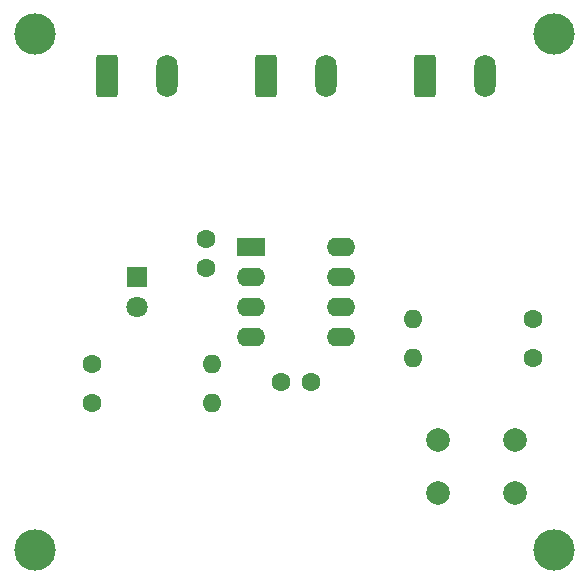
<source format=gtl>
G04 #@! TF.GenerationSoftware,KiCad,Pcbnew,8.0.6*
G04 #@! TF.CreationDate,2024-11-03T17:07:20-03:00*
G04 #@! TF.ProjectId,555-temporizador-r01,3535352d-7465-46d7-906f-72697a61646f,rev?*
G04 #@! TF.SameCoordinates,Original*
G04 #@! TF.FileFunction,Copper,L1,Top*
G04 #@! TF.FilePolarity,Positive*
%FSLAX46Y46*%
G04 Gerber Fmt 4.6, Leading zero omitted, Abs format (unit mm)*
G04 Created by KiCad (PCBNEW 8.0.6) date 2024-11-03 17:07:20*
%MOMM*%
%LPD*%
G01*
G04 APERTURE LIST*
G04 Aperture macros list*
%AMRoundRect*
0 Rectangle with rounded corners*
0 $1 Rounding radius*
0 $2 $3 $4 $5 $6 $7 $8 $9 X,Y pos of 4 corners*
0 Add a 4 corners polygon primitive as box body*
4,1,4,$2,$3,$4,$5,$6,$7,$8,$9,$2,$3,0*
0 Add four circle primitives for the rounded corners*
1,1,$1+$1,$2,$3*
1,1,$1+$1,$4,$5*
1,1,$1+$1,$6,$7*
1,1,$1+$1,$8,$9*
0 Add four rect primitives between the rounded corners*
20,1,$1+$1,$2,$3,$4,$5,0*
20,1,$1+$1,$4,$5,$6,$7,0*
20,1,$1+$1,$6,$7,$8,$9,0*
20,1,$1+$1,$8,$9,$2,$3,0*%
G04 Aperture macros list end*
G04 #@! TA.AperFunction,ComponentPad*
%ADD10C,1.600000*%
G04 #@! TD*
G04 #@! TA.AperFunction,ComponentPad*
%ADD11O,1.600000X1.600000*%
G04 #@! TD*
G04 #@! TA.AperFunction,ComponentPad*
%ADD12RoundRect,0.250000X-0.650000X-1.550000X0.650000X-1.550000X0.650000X1.550000X-0.650000X1.550000X0*%
G04 #@! TD*
G04 #@! TA.AperFunction,ComponentPad*
%ADD13O,1.800000X3.600000*%
G04 #@! TD*
G04 #@! TA.AperFunction,ComponentPad*
%ADD14C,2.000000*%
G04 #@! TD*
G04 #@! TA.AperFunction,ComponentPad*
%ADD15R,2.400000X1.600000*%
G04 #@! TD*
G04 #@! TA.AperFunction,ComponentPad*
%ADD16O,2.400000X1.600000*%
G04 #@! TD*
G04 #@! TA.AperFunction,ComponentPad*
%ADD17R,1.800000X1.800000*%
G04 #@! TD*
G04 #@! TA.AperFunction,ComponentPad*
%ADD18C,1.800000*%
G04 #@! TD*
G04 #@! TA.AperFunction,ViaPad*
%ADD19C,3.500000*%
G04 #@! TD*
G04 APERTURE END LIST*
D10*
X123698000Y-114808000D03*
D11*
X133858000Y-114808000D03*
D10*
X161036000Y-114300000D03*
D11*
X150876000Y-114300000D03*
D12*
X138430000Y-90424000D03*
D13*
X143510000Y-90424000D03*
D14*
X159512000Y-125730000D03*
X153012000Y-125730000D03*
X159512000Y-121230000D03*
X153012000Y-121230000D03*
D12*
X124968000Y-90424000D03*
D13*
X130048000Y-90424000D03*
D12*
X151892000Y-90424000D03*
D13*
X156972000Y-90424000D03*
D10*
X161036000Y-110998000D03*
D11*
X150876000Y-110998000D03*
D10*
X123698000Y-118110000D03*
D11*
X133858000Y-118110000D03*
D15*
X137160000Y-104902000D03*
D16*
X137160000Y-107442000D03*
X137160000Y-109982000D03*
X137160000Y-112522000D03*
X144780000Y-112522000D03*
X144780000Y-109982000D03*
X144780000Y-107442000D03*
X144780000Y-104902000D03*
D17*
X127508000Y-107442000D03*
D18*
X127508000Y-109982000D03*
D10*
X133350000Y-106680000D03*
X133350000Y-104180000D03*
X142240000Y-116332000D03*
X139740000Y-116332000D03*
D19*
X118872000Y-130556000D03*
X162814000Y-130556000D03*
X162814000Y-86868000D03*
X118872000Y-86868000D03*
M02*

</source>
